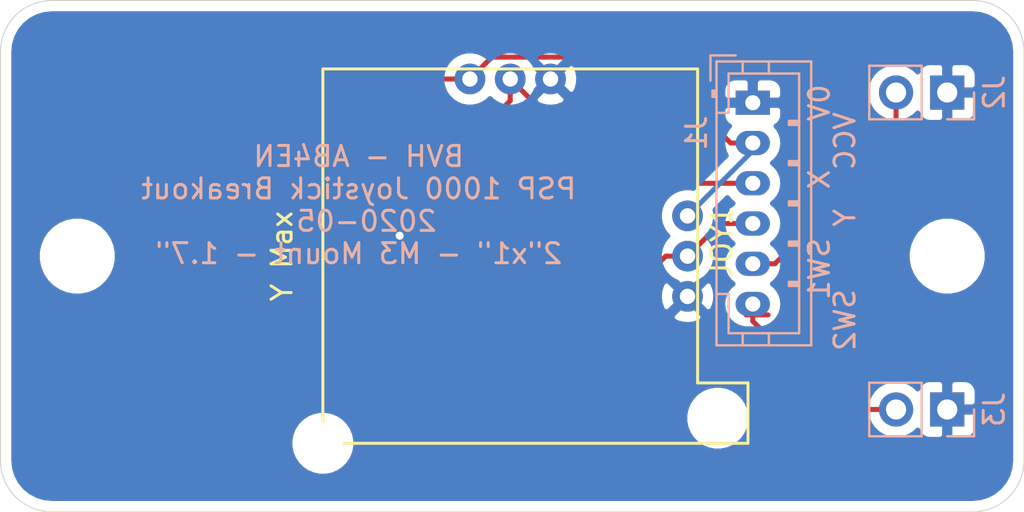
<source format=kicad_pcb>
(kicad_pcb (version 20171130) (host pcbnew 5.1.5-52549c5~86~ubuntu18.04.1)

  (general
    (thickness 1.6)
    (drawings 16)
    (tracks 35)
    (zones 0)
    (modules 6)
    (nets 7)
  )

  (page A4)
  (layers
    (0 F.Cu signal)
    (31 B.Cu signal)
    (32 B.Adhes user)
    (33 F.Adhes user)
    (34 B.Paste user)
    (35 F.Paste user)
    (36 B.SilkS user)
    (37 F.SilkS user)
    (38 B.Mask user)
    (39 F.Mask user)
    (40 Dwgs.User user)
    (41 Cmts.User user)
    (42 Eco1.User user)
    (43 Eco2.User user)
    (44 Edge.Cuts user)
    (45 Margin user)
    (46 B.CrtYd user)
    (47 F.CrtYd user)
    (48 B.Fab user)
    (49 F.Fab user)
  )

  (setup
    (last_trace_width 0.25)
    (trace_clearance 0.2)
    (zone_clearance 0.508)
    (zone_45_only no)
    (trace_min 0.2)
    (via_size 0.8)
    (via_drill 0.4)
    (via_min_size 0.4)
    (via_min_drill 0.3)
    (uvia_size 0.3)
    (uvia_drill 0.1)
    (uvias_allowed no)
    (uvia_min_size 0.2)
    (uvia_min_drill 0.1)
    (edge_width 0.05)
    (segment_width 0.2)
    (pcb_text_width 0.3)
    (pcb_text_size 1.5 1.5)
    (mod_edge_width 0.12)
    (mod_text_size 1 1)
    (mod_text_width 0.15)
    (pad_size 1.524 1.524)
    (pad_drill 0.762)
    (pad_to_mask_clearance 0.051)
    (solder_mask_min_width 0.25)
    (aux_axis_origin 0 0)
    (grid_origin 133.35 107.95)
    (visible_elements FFFFFF7F)
    (pcbplotparams
      (layerselection 0x010fc_ffffffff)
      (usegerberextensions false)
      (usegerberattributes false)
      (usegerberadvancedattributes false)
      (creategerberjobfile false)
      (excludeedgelayer true)
      (linewidth 0.100000)
      (plotframeref false)
      (viasonmask false)
      (mode 1)
      (useauxorigin false)
      (hpglpennumber 1)
      (hpglpenspeed 20)
      (hpglpendiameter 15.000000)
      (psnegative false)
      (psa4output false)
      (plotreference true)
      (plotvalue true)
      (plotinvisibletext false)
      (padsonsilk false)
      (subtractmaskfromsilk false)
      (outputformat 1)
      (mirror false)
      (drillshape 1)
      (scaleselection 1)
      (outputdirectory ""))
  )

  (net 0 "")
  (net 1 GND)
  (net 2 +3V3)
  (net 3 X)
  (net 4 Y)
  (net 5 SW1)
  (net 6 SW2)

  (net_class Default "This is the default net class."
    (clearance 0.2)
    (trace_width 0.25)
    (via_dia 0.8)
    (via_drill 0.4)
    (uvia_dia 0.3)
    (uvia_drill 0.1)
    (add_net +3V3)
    (add_net GND)
    (add_net SW1)
    (add_net SW2)
    (add_net X)
    (add_net Y)
  )

  (module BVH_Components_Misc:PSP_Joystick_Hybrid (layer F.Cu) (tedit 5EBEF1E1) (tstamp 5EBF0417)
    (at 158.75 120.65 90)
    (descr "Small 2 axis joystick")
    (path /5EBEFAD9)
    (fp_text reference JOY1 (at 0.7 10.4 90) (layer F.SilkS)
      (effects (font (size 1 1) (thickness 0.15)))
    )
    (fp_text value PSP_Joystick (at 0.1 -0.2 90) (layer F.Fab)
      (effects (font (size 1 1) (thickness 0.15)))
    )
    (fp_line (start -6.3 11.7) (end -9.3 11.7) (layer F.SilkS) (width 0.15))
    (fp_line (start -6.3 9.2) (end -6.3 11.7) (layer F.SilkS) (width 0.15))
    (fp_text user "Y MIN" (at 0.2 7.2 90) (layer Cmts.User)
      (effects (font (size 1 1) (thickness 0.15)))
    )
    (fp_text user "X MAX" (at 7.2 -0.4 90) (layer Cmts.User)
      (effects (font (size 1 1) (thickness 0.15)))
    )
    (fp_line (start -9.3 11.7) (end -9.3 -9.4) (layer F.SilkS) (width 0.15))
    (fp_line (start 9.3 9.2) (end -6.3 9.2) (layer F.SilkS) (width 0.15))
    (fp_line (start 9.3 -9.4) (end 9.3 9.2) (layer F.SilkS) (width 0.15))
    (fp_line (start -9.3 -9.4) (end 9.3 -9.4) (layer F.SilkS) (width 0.15))
    (pad 3 thru_hole circle (at 8.8 1.9 180) (size 1.524 1.524) (drill 0.762) (layers *.Cu *.Mask)
      (net 1 GND))
    (pad 1 thru_hole circle (at 8.8 -2.1 180) (size 1.524 1.524) (drill 0.762) (layers *.Cu *.Mask)
      (net 2 +3V3))
    (pad 4 thru_hole circle (at 8.8 -0.1 180) (size 1.524 1.524) (drill 0.762) (layers *.Cu *.Mask)
      (net 3 X))
    (pad 1 thru_hole circle (at 2 8.7 90) (size 1.524 1.524) (drill 0.762) (layers *.Cu *.Mask)
      (net 2 +3V3))
    (pad 3 thru_hole circle (at -2 8.7 90) (size 1.524 1.524) (drill 0.762) (layers *.Cu *.Mask)
      (net 1 GND))
    (pad 2 thru_hole circle (at 0 8.7 90) (size 1.524 1.524) (drill 0.762) (layers *.Cu *.Mask)
      (net 4 Y))
    (pad "" np_thru_hole circle (at -8.05 10.2 90) (size 2 2) (drill 2) (layers *.Cu *.Mask))
    (pad "" np_thru_hole circle (at -9.3 -9.4 90) (size 2 2) (drill 2) (layers *.Cu *.Mask))
    (pad 4 smd rect (at 3 -8.4 90) (size 1.5 3.5) (layers F.Cu F.Paste F.Mask)
      (net 3 X))
    (pad 3 smd rect (at 1 -8.4 90) (size 1.5 3.5) (layers F.Cu F.Paste F.Mask)
      (net 1 GND))
    (pad 2 smd rect (at -1 -8.4 90) (size 1.5 3.5) (layers F.Cu F.Paste F.Mask)
      (net 4 Y))
    (pad 1 smd rect (at -3 -8.4 90) (size 1.5 3.5) (layers F.Cu F.Paste F.Mask)
      (net 2 +3V3))
  )

  (module Mounting_Holes:MountingHole_2.7mm_M2.5 (layer F.Cu) (tedit 56D1B4CB) (tstamp 5EBF03B5)
    (at 137.16 120.65)
    (descr "Mounting Hole 2.7mm, no annular, M2.5")
    (tags "mounting hole 2.7mm no annular m2.5")
    (attr virtual)
    (fp_text reference REF** (at 0 -3.7) (layer F.SilkS) hide
      (effects (font (size 1 1) (thickness 0.15)))
    )
    (fp_text value MountingHole_2.7mm_M2.5 (at 0 3.7) (layer F.Fab) hide
      (effects (font (size 1 1) (thickness 0.15)))
    )
    (fp_circle (center 0 0) (end 2.95 0) (layer F.CrtYd) (width 0.05))
    (fp_circle (center 0 0) (end 2.7 0) (layer Cmts.User) (width 0.15))
    (pad 1 np_thru_hole circle (at 0 0) (size 2.7 2.7) (drill 2.7) (layers *.Cu *.Mask))
  )

  (module Mounting_Holes:MountingHole_2.7mm_M2.5 (layer F.Cu) (tedit 56D1B4CB) (tstamp 5EBF035C)
    (at 180.34 120.65)
    (descr "Mounting Hole 2.7mm, no annular, M2.5")
    (tags "mounting hole 2.7mm no annular m2.5")
    (attr virtual)
    (fp_text reference REF** (at 0 -3.7) (layer F.SilkS) hide
      (effects (font (size 1 1) (thickness 0.15)))
    )
    (fp_text value MountingHole_2.7mm_M2.5 (at 0 3.7) (layer F.Fab) hide
      (effects (font (size 1 1) (thickness 0.15)))
    )
    (fp_circle (center 0 0) (end 2.7 0) (layer Cmts.User) (width 0.15))
    (fp_circle (center 0 0) (end 2.95 0) (layer F.CrtYd) (width 0.05))
    (pad 1 np_thru_hole circle (at 0 0) (size 2.7 2.7) (drill 2.7) (layers *.Cu *.Mask))
  )

  (module Pin_Headers:Pin_Header_Straight_1x02_Pitch2.54mm (layer B.Cu) (tedit 59650532) (tstamp 5EB6E5F4)
    (at 180.34 128.27 90)
    (descr "Through hole straight pin header, 1x02, 2.54mm pitch, single row")
    (tags "Through hole pin header THT 1x02 2.54mm single row")
    (path /5EB7231E)
    (fp_text reference J3 (at 0 2.33 90) (layer B.SilkS)
      (effects (font (size 1 1) (thickness 0.15)) (justify mirror))
    )
    (fp_text value SW2 (at 0 -4.87 90) (layer B.Fab)
      (effects (font (size 1 1) (thickness 0.15)) (justify mirror))
    )
    (fp_line (start -0.635 1.27) (end 1.27 1.27) (layer B.Fab) (width 0.1))
    (fp_line (start 1.27 1.27) (end 1.27 -3.81) (layer B.Fab) (width 0.1))
    (fp_line (start 1.27 -3.81) (end -1.27 -3.81) (layer B.Fab) (width 0.1))
    (fp_line (start -1.27 -3.81) (end -1.27 0.635) (layer B.Fab) (width 0.1))
    (fp_line (start -1.27 0.635) (end -0.635 1.27) (layer B.Fab) (width 0.1))
    (fp_line (start -1.33 -3.87) (end 1.33 -3.87) (layer B.SilkS) (width 0.12))
    (fp_line (start -1.33 -1.27) (end -1.33 -3.87) (layer B.SilkS) (width 0.12))
    (fp_line (start 1.33 -1.27) (end 1.33 -3.87) (layer B.SilkS) (width 0.12))
    (fp_line (start -1.33 -1.27) (end 1.33 -1.27) (layer B.SilkS) (width 0.12))
    (fp_line (start -1.33 0) (end -1.33 1.33) (layer B.SilkS) (width 0.12))
    (fp_line (start -1.33 1.33) (end 0 1.33) (layer B.SilkS) (width 0.12))
    (fp_line (start -1.8 1.8) (end -1.8 -4.35) (layer B.CrtYd) (width 0.05))
    (fp_line (start -1.8 -4.35) (end 1.8 -4.35) (layer B.CrtYd) (width 0.05))
    (fp_line (start 1.8 -4.35) (end 1.8 1.8) (layer B.CrtYd) (width 0.05))
    (fp_line (start 1.8 1.8) (end -1.8 1.8) (layer B.CrtYd) (width 0.05))
    (fp_text user %R (at 0 -1.27 180) (layer B.Fab)
      (effects (font (size 1 1) (thickness 0.15)) (justify mirror))
    )
    (pad 1 thru_hole rect (at 0 0 90) (size 1.7 1.7) (drill 1) (layers *.Cu *.Mask)
      (net 1 GND))
    (pad 2 thru_hole oval (at 0 -2.54 90) (size 1.7 1.7) (drill 1) (layers *.Cu *.Mask)
      (net 6 SW2))
    (model ${KISYS3DMOD}/Pin_Headers.3dshapes/Pin_Header_Straight_1x02_Pitch2.54mm.wrl
      (at (xyz 0 0 0))
      (scale (xyz 1 1 1))
      (rotate (xyz 0 0 0))
    )
  )

  (module Pin_Headers:Pin_Header_Straight_1x02_Pitch2.54mm (layer B.Cu) (tedit 59650532) (tstamp 5EBF0487)
    (at 180.34 112.522 90)
    (descr "Through hole straight pin header, 1x02, 2.54mm pitch, single row")
    (tags "Through hole pin header THT 1x02 2.54mm single row")
    (path /5EB71D5B)
    (fp_text reference J2 (at 0 2.33 90) (layer B.SilkS)
      (effects (font (size 1 1) (thickness 0.15)) (justify mirror))
    )
    (fp_text value SW1 (at 0 -4.87 90) (layer B.Fab)
      (effects (font (size 1 1) (thickness 0.15)) (justify mirror))
    )
    (fp_line (start -0.635 1.27) (end 1.27 1.27) (layer B.Fab) (width 0.1))
    (fp_line (start 1.27 1.27) (end 1.27 -3.81) (layer B.Fab) (width 0.1))
    (fp_line (start 1.27 -3.81) (end -1.27 -3.81) (layer B.Fab) (width 0.1))
    (fp_line (start -1.27 -3.81) (end -1.27 0.635) (layer B.Fab) (width 0.1))
    (fp_line (start -1.27 0.635) (end -0.635 1.27) (layer B.Fab) (width 0.1))
    (fp_line (start -1.33 -3.87) (end 1.33 -3.87) (layer B.SilkS) (width 0.12))
    (fp_line (start -1.33 -1.27) (end -1.33 -3.87) (layer B.SilkS) (width 0.12))
    (fp_line (start 1.33 -1.27) (end 1.33 -3.87) (layer B.SilkS) (width 0.12))
    (fp_line (start -1.33 -1.27) (end 1.33 -1.27) (layer B.SilkS) (width 0.12))
    (fp_line (start -1.33 0) (end -1.33 1.33) (layer B.SilkS) (width 0.12))
    (fp_line (start -1.33 1.33) (end 0 1.33) (layer B.SilkS) (width 0.12))
    (fp_line (start -1.8 1.8) (end -1.8 -4.35) (layer B.CrtYd) (width 0.05))
    (fp_line (start -1.8 -4.35) (end 1.8 -4.35) (layer B.CrtYd) (width 0.05))
    (fp_line (start 1.8 -4.35) (end 1.8 1.8) (layer B.CrtYd) (width 0.05))
    (fp_line (start 1.8 1.8) (end -1.8 1.8) (layer B.CrtYd) (width 0.05))
    (fp_text user %R (at 0 -1.27 180) (layer B.Fab)
      (effects (font (size 1 1) (thickness 0.15)) (justify mirror))
    )
    (pad 1 thru_hole rect (at 0 0 90) (size 1.7 1.7) (drill 1) (layers *.Cu *.Mask)
      (net 1 GND))
    (pad 2 thru_hole oval (at 0 -2.54 90) (size 1.7 1.7) (drill 1) (layers *.Cu *.Mask)
      (net 5 SW1))
    (model ${KISYS3DMOD}/Pin_Headers.3dshapes/Pin_Header_Straight_1x02_Pitch2.54mm.wrl
      (at (xyz 0 0 0))
      (scale (xyz 1 1 1))
      (rotate (xyz 0 0 0))
    )
  )

  (module Connectors_JST:JST_PH_B6B-PH-K_06x2.00mm_Straight (layer B.Cu) (tedit 58D3FE4F) (tstamp 5EBF007B)
    (at 170.688 113.03 270)
    (descr "JST PH series connector, B6B-PH-K, top entry type, through hole, Datasheet: http://www.jst-mfg.com/product/pdf/eng/ePH.pdf")
    (tags "connector jst ph")
    (path /5EB6EA95)
    (fp_text reference J1 (at 1.5 2.8 270) (layer B.SilkS)
      (effects (font (size 1 1) (thickness 0.15)) (justify mirror))
    )
    (fp_text value Conn_01x06 (at 5 -3.8 270) (layer B.Fab)
      (effects (font (size 1 1) (thickness 0.15)) (justify mirror))
    )
    (fp_line (start -2.05 1.8) (end -2.05 -2.9) (layer B.SilkS) (width 0.12))
    (fp_line (start -2.05 -2.9) (end 12.05 -2.9) (layer B.SilkS) (width 0.12))
    (fp_line (start 12.05 -2.9) (end 12.05 1.8) (layer B.SilkS) (width 0.12))
    (fp_line (start 12.05 1.8) (end -2.05 1.8) (layer B.SilkS) (width 0.12))
    (fp_line (start 0.5 1.8) (end 0.5 1.2) (layer B.SilkS) (width 0.12))
    (fp_line (start 0.5 1.2) (end -1.45 1.2) (layer B.SilkS) (width 0.12))
    (fp_line (start -1.45 1.2) (end -1.45 -2.3) (layer B.SilkS) (width 0.12))
    (fp_line (start -1.45 -2.3) (end 11.45 -2.3) (layer B.SilkS) (width 0.12))
    (fp_line (start 11.45 -2.3) (end 11.45 1.2) (layer B.SilkS) (width 0.12))
    (fp_line (start 11.45 1.2) (end 9.5 1.2) (layer B.SilkS) (width 0.12))
    (fp_line (start 9.5 1.2) (end 9.5 1.8) (layer B.SilkS) (width 0.12))
    (fp_line (start -2.05 0.5) (end -1.45 0.5) (layer B.SilkS) (width 0.12))
    (fp_line (start -2.05 -0.8) (end -1.45 -0.8) (layer B.SilkS) (width 0.12))
    (fp_line (start 12.05 0.5) (end 11.45 0.5) (layer B.SilkS) (width 0.12))
    (fp_line (start 12.05 -0.8) (end 11.45 -0.8) (layer B.SilkS) (width 0.12))
    (fp_line (start -0.3 1.8) (end -0.3 2) (layer B.SilkS) (width 0.12))
    (fp_line (start -0.3 2) (end -0.6 2) (layer B.SilkS) (width 0.12))
    (fp_line (start -0.6 2) (end -0.6 1.8) (layer B.SilkS) (width 0.12))
    (fp_line (start -0.3 1.9) (end -0.6 1.9) (layer B.SilkS) (width 0.12))
    (fp_line (start 0.9 -2.3) (end 0.9 -1.8) (layer B.SilkS) (width 0.12))
    (fp_line (start 0.9 -1.8) (end 1.1 -1.8) (layer B.SilkS) (width 0.12))
    (fp_line (start 1.1 -1.8) (end 1.1 -2.3) (layer B.SilkS) (width 0.12))
    (fp_line (start 1 -2.3) (end 1 -1.8) (layer B.SilkS) (width 0.12))
    (fp_line (start 2.9 -2.3) (end 2.9 -1.8) (layer B.SilkS) (width 0.12))
    (fp_line (start 2.9 -1.8) (end 3.1 -1.8) (layer B.SilkS) (width 0.12))
    (fp_line (start 3.1 -1.8) (end 3.1 -2.3) (layer B.SilkS) (width 0.12))
    (fp_line (start 3 -2.3) (end 3 -1.8) (layer B.SilkS) (width 0.12))
    (fp_line (start 4.9 -2.3) (end 4.9 -1.8) (layer B.SilkS) (width 0.12))
    (fp_line (start 4.9 -1.8) (end 5.1 -1.8) (layer B.SilkS) (width 0.12))
    (fp_line (start 5.1 -1.8) (end 5.1 -2.3) (layer B.SilkS) (width 0.12))
    (fp_line (start 5 -2.3) (end 5 -1.8) (layer B.SilkS) (width 0.12))
    (fp_line (start 6.9 -2.3) (end 6.9 -1.8) (layer B.SilkS) (width 0.12))
    (fp_line (start 6.9 -1.8) (end 7.1 -1.8) (layer B.SilkS) (width 0.12))
    (fp_line (start 7.1 -1.8) (end 7.1 -2.3) (layer B.SilkS) (width 0.12))
    (fp_line (start 7 -2.3) (end 7 -1.8) (layer B.SilkS) (width 0.12))
    (fp_line (start 8.9 -2.3) (end 8.9 -1.8) (layer B.SilkS) (width 0.12))
    (fp_line (start 8.9 -1.8) (end 9.1 -1.8) (layer B.SilkS) (width 0.12))
    (fp_line (start 9.1 -1.8) (end 9.1 -2.3) (layer B.SilkS) (width 0.12))
    (fp_line (start 9 -2.3) (end 9 -1.8) (layer B.SilkS) (width 0.12))
    (fp_line (start -1.1 2.1) (end -2.35 2.1) (layer B.SilkS) (width 0.12))
    (fp_line (start -2.35 2.1) (end -2.35 0.85) (layer B.SilkS) (width 0.12))
    (fp_line (start -1.1 2.1) (end -2.35 2.1) (layer B.Fab) (width 0.1))
    (fp_line (start -2.35 2.1) (end -2.35 0.85) (layer B.Fab) (width 0.1))
    (fp_line (start -1.95 1.7) (end -1.95 -2.8) (layer B.Fab) (width 0.1))
    (fp_line (start -1.95 -2.8) (end 11.95 -2.8) (layer B.Fab) (width 0.1))
    (fp_line (start 11.95 -2.8) (end 11.95 1.7) (layer B.Fab) (width 0.1))
    (fp_line (start 11.95 1.7) (end -1.95 1.7) (layer B.Fab) (width 0.1))
    (fp_line (start -2.45 2.2) (end -2.45 -3.3) (layer B.CrtYd) (width 0.05))
    (fp_line (start -2.45 -3.3) (end 12.45 -3.3) (layer B.CrtYd) (width 0.05))
    (fp_line (start 12.45 -3.3) (end 12.45 2.2) (layer B.CrtYd) (width 0.05))
    (fp_line (start 12.45 2.2) (end -2.45 2.2) (layer B.CrtYd) (width 0.05))
    (fp_text user %R (at 5 -1.5 270) (layer B.Fab)
      (effects (font (size 1 1) (thickness 0.15)) (justify mirror))
    )
    (pad 1 thru_hole rect (at 0 0 270) (size 1.2 1.7) (drill 0.75) (layers *.Cu *.Mask)
      (net 1 GND))
    (pad 2 thru_hole oval (at 2 0 270) (size 1.2 1.7) (drill 0.75) (layers *.Cu *.Mask)
      (net 2 +3V3))
    (pad 3 thru_hole oval (at 4 0 270) (size 1.2 1.7) (drill 0.75) (layers *.Cu *.Mask)
      (net 3 X))
    (pad 4 thru_hole oval (at 6 0 270) (size 1.2 1.7) (drill 0.75) (layers *.Cu *.Mask)
      (net 4 Y))
    (pad 5 thru_hole oval (at 8 0 270) (size 1.2 1.7) (drill 0.75) (layers *.Cu *.Mask)
      (net 5 SW1))
    (pad 6 thru_hole oval (at 10 0 270) (size 1.2 1.7) (drill 0.75) (layers *.Cu *.Mask)
      (net 6 SW2))
    (model ${KISYS3DMOD}/Connectors_JST.3dshapes/JST_PH_B6B-PH-K_06x2.00mm_Straight.wrl
      (at (xyz 0 0 0))
      (scale (xyz 1 1 1))
      (rotate (xyz 0 0 0))
    )
  )

  (gr_text "Y Max" (at 147.32 120.65 90) (layer F.SilkS)
    (effects (font (size 1 1) (thickness 0.15)))
  )
  (gr_text SW2 (at 175.26 123.825 90) (layer B.SilkS)
    (effects (font (size 1 1) (thickness 0.15)) (justify mirror))
  )
  (gr_text SW1 (at 173.99 121.285 90) (layer B.SilkS)
    (effects (font (size 1 1) (thickness 0.15)) (justify mirror))
  )
  (gr_text Y (at 175.26 118.745 90) (layer B.SilkS)
    (effects (font (size 1 1) (thickness 0.15)) (justify mirror))
  )
  (gr_text X (at 173.99 116.84 90) (layer B.SilkS)
    (effects (font (size 1 1) (thickness 0.15)) (justify mirror))
  )
  (gr_text VCC (at 175.26 114.935 90) (layer B.SilkS)
    (effects (font (size 1 1) (thickness 0.15)) (justify mirror))
  )
  (gr_text 0V (at 173.99 113.03 90) (layer B.SilkS)
    (effects (font (size 1 1) (thickness 0.15)) (justify mirror))
  )
  (gr_text "BVH - AB4EN\nPSP 1000 Joystick Breakout\n2020-05 \n2\"x1\" - M3 Mount - 1.7\"" (at 151.13 118.11) (layer B.SilkS)
    (effects (font (size 1 1) (thickness 0.15)) (justify mirror))
  )
  (gr_arc (start 135.89 130.81) (end 133.35 130.81) (angle -90) (layer Edge.Cuts) (width 0.05))
  (gr_arc (start 181.61 130.81) (end 181.61 133.35) (angle -90) (layer Edge.Cuts) (width 0.05))
  (gr_arc (start 181.61 110.49) (end 184.15 110.49) (angle -90) (layer Edge.Cuts) (width 0.05))
  (gr_arc (start 135.89 110.49) (end 135.89 107.95) (angle -90) (layer Edge.Cuts) (width 0.05))
  (gr_line (start 133.35 130.81) (end 133.35 110.49) (layer Edge.Cuts) (width 0.05))
  (gr_line (start 181.61 133.35) (end 135.89 133.35) (layer Edge.Cuts) (width 0.05))
  (gr_line (start 184.15 110.49) (end 184.15 130.81) (layer Edge.Cuts) (width 0.05))
  (gr_line (start 135.89 107.95) (end 181.61 107.95) (layer Edge.Cuts) (width 0.05))

  (via (at 153.162 119.634) (size 0.8) (drill 0.4) (layers F.Cu B.Cu) (net 1))
  (segment (start 150.35 119.65) (end 153.146 119.65) (width 0.25) (layer F.Cu) (net 1))
  (segment (start 153.146 119.65) (end 153.162 119.634) (width 0.25) (layer F.Cu) (net 1))
  (segment (start 170.688 115.412) (end 170.688 115.03) (width 0.25) (layer B.Cu) (net 2))
  (segment (start 167.45 118.65) (end 170.688 115.412) (width 0.25) (layer B.Cu) (net 2))
  (segment (start 157.737001 110.762999) (end 157.411999 111.088001) (width 0.25) (layer F.Cu) (net 2))
  (segment (start 165.320999 110.762999) (end 157.737001 110.762999) (width 0.25) (layer F.Cu) (net 2))
  (segment (start 157.411999 111.088001) (end 156.65 111.85) (width 0.25) (layer F.Cu) (net 2))
  (segment (start 169.588 115.03) (end 165.320999 110.762999) (width 0.25) (layer F.Cu) (net 2))
  (segment (start 170.688 115.03) (end 169.588 115.03) (width 0.25) (layer F.Cu) (net 2))
  (segment (start 148.274999 116.639999) (end 148.274999 123.574999) (width 0.25) (layer F.Cu) (net 2))
  (segment (start 148.35 123.65) (end 150.35 123.65) (width 0.25) (layer F.Cu) (net 2))
  (segment (start 153.064998 111.85) (end 148.274999 116.639999) (width 0.25) (layer F.Cu) (net 2))
  (segment (start 148.274999 123.574999) (end 148.35 123.65) (width 0.25) (layer F.Cu) (net 2))
  (segment (start 156.65 111.85) (end 153.064998 111.85) (width 0.25) (layer F.Cu) (net 2))
  (segment (start 163.83 117.03) (end 158.65 111.85) (width 0.25) (layer F.Cu) (net 3))
  (segment (start 170.688 117.03) (end 163.83 117.03) (width 0.25) (layer F.Cu) (net 3))
  (segment (start 153.92763 117.65) (end 152.35 117.65) (width 0.25) (layer F.Cu) (net 3))
  (segment (start 152.35 117.65) (end 150.35 117.65) (width 0.25) (layer F.Cu) (net 3))
  (segment (start 158.65 112.92763) (end 153.92763 117.65) (width 0.25) (layer F.Cu) (net 3))
  (segment (start 158.65 111.85) (end 158.65 112.92763) (width 0.25) (layer F.Cu) (net 3))
  (segment (start 169.07 119.03) (end 167.45 120.65) (width 0.25) (layer F.Cu) (net 4))
  (segment (start 170.688 119.03) (end 169.07 119.03) (width 0.25) (layer F.Cu) (net 4))
  (segment (start 165.37237 121.65) (end 152.35 121.65) (width 0.25) (layer F.Cu) (net 4))
  (segment (start 166.37237 120.65) (end 165.37237 121.65) (width 0.25) (layer F.Cu) (net 4))
  (segment (start 152.35 121.65) (end 150.35 121.65) (width 0.25) (layer F.Cu) (net 4))
  (segment (start 167.45 120.65) (end 166.37237 120.65) (width 0.25) (layer F.Cu) (net 4))
  (segment (start 177.8 113.724081) (end 177.8 112.522) (width 0.25) (layer F.Cu) (net 5))
  (segment (start 171.788 121.03) (end 177.8 115.018) (width 0.25) (layer F.Cu) (net 5))
  (segment (start 177.8 115.018) (end 177.8 113.724081) (width 0.25) (layer F.Cu) (net 5))
  (segment (start 170.688 121.03) (end 171.788 121.03) (width 0.25) (layer F.Cu) (net 5))
  (segment (start 170.35 123.57) (end 171.45 123.57) (width 0.25) (layer F.Cu) (net 6) (status 20))
  (segment (start 170.688 123.88) (end 170.688 123.03) (width 0.25) (layer F.Cu) (net 6))
  (segment (start 175.078 128.27) (end 170.688 123.88) (width 0.25) (layer F.Cu) (net 6))
  (segment (start 177.8 128.27) (end 175.078 128.27) (width 0.25) (layer F.Cu) (net 6))

  (zone (net 1) (net_name GND) (layer B.Cu) (tstamp 5EB6EA59) (hatch edge 0.508)
    (connect_pads (clearance 0.508))
    (min_thickness 0.254)
    (fill yes (arc_segments 32) (thermal_gap 0.508) (thermal_bridge_width 0.508))
    (polygon
      (pts
        (xy 184.15 133.35) (xy 133.35 133.35) (xy 133.35 120.3325) (xy 133.35 107.95) (xy 184.15 107.95)
      )
    )
    (filled_polygon
      (pts
        (xy 181.974545 108.648909) (xy 182.325208 108.75478) (xy 182.648625 108.926744) (xy 182.932484 109.158254) (xy 183.165965 109.440486)
        (xy 183.340183 109.762695) (xy 183.448502 110.112614) (xy 183.49 110.507443) (xy 183.490001 130.777711) (xy 183.451091 131.174545)
        (xy 183.34522 131.525206) (xy 183.173257 131.848623) (xy 182.941748 132.132482) (xy 182.659514 132.365965) (xy 182.337304 132.540184)
        (xy 181.987385 132.648502) (xy 181.592557 132.69) (xy 135.922279 132.69) (xy 135.525455 132.651091) (xy 135.174794 132.54522)
        (xy 134.851377 132.373257) (xy 134.567518 132.141748) (xy 134.334035 131.859514) (xy 134.159816 131.537304) (xy 134.051498 131.187385)
        (xy 134.01 130.792557) (xy 134.01 129.788967) (xy 147.715 129.788967) (xy 147.715 130.111033) (xy 147.777832 130.426912)
        (xy 147.901082 130.724463) (xy 148.080013 130.992252) (xy 148.307748 131.219987) (xy 148.575537 131.398918) (xy 148.873088 131.522168)
        (xy 149.188967 131.585) (xy 149.511033 131.585) (xy 149.826912 131.522168) (xy 150.124463 131.398918) (xy 150.392252 131.219987)
        (xy 150.619987 130.992252) (xy 150.798918 130.724463) (xy 150.922168 130.426912) (xy 150.985 130.111033) (xy 150.985 129.788967)
        (xy 150.922168 129.473088) (xy 150.798918 129.175537) (xy 150.619987 128.907748) (xy 150.392252 128.680013) (xy 150.181162 128.538967)
        (xy 167.315 128.538967) (xy 167.315 128.861033) (xy 167.377832 129.176912) (xy 167.501082 129.474463) (xy 167.680013 129.742252)
        (xy 167.907748 129.969987) (xy 168.175537 130.148918) (xy 168.473088 130.272168) (xy 168.788967 130.335) (xy 169.111033 130.335)
        (xy 169.426912 130.272168) (xy 169.724463 130.148918) (xy 169.992252 129.969987) (xy 170.219987 129.742252) (xy 170.398918 129.474463)
        (xy 170.522168 129.176912) (xy 170.585 128.861033) (xy 170.585 128.538967) (xy 170.522168 128.223088) (xy 170.481017 128.12374)
        (xy 176.315 128.12374) (xy 176.315 128.41626) (xy 176.372068 128.703158) (xy 176.48401 128.973411) (xy 176.646525 129.216632)
        (xy 176.853368 129.423475) (xy 177.096589 129.58599) (xy 177.366842 129.697932) (xy 177.65374 129.755) (xy 177.94626 129.755)
        (xy 178.233158 129.697932) (xy 178.503411 129.58599) (xy 178.746632 129.423475) (xy 178.878487 129.29162) (xy 178.900498 129.36418)
        (xy 178.959463 129.474494) (xy 179.038815 129.571185) (xy 179.135506 129.650537) (xy 179.24582 129.709502) (xy 179.365518 129.745812)
        (xy 179.49 129.758072) (xy 180.05425 129.755) (xy 180.213 129.59625) (xy 180.213 128.397) (xy 180.467 128.397)
        (xy 180.467 129.59625) (xy 180.62575 129.755) (xy 181.19 129.758072) (xy 181.314482 129.745812) (xy 181.43418 129.709502)
        (xy 181.544494 129.650537) (xy 181.641185 129.571185) (xy 181.720537 129.474494) (xy 181.779502 129.36418) (xy 181.815812 129.244482)
        (xy 181.828072 129.12) (xy 181.825 128.55575) (xy 181.66625 128.397) (xy 180.467 128.397) (xy 180.213 128.397)
        (xy 180.193 128.397) (xy 180.193 128.143) (xy 180.213 128.143) (xy 180.213 126.94375) (xy 180.467 126.94375)
        (xy 180.467 128.143) (xy 181.66625 128.143) (xy 181.825 127.98425) (xy 181.828072 127.42) (xy 181.815812 127.295518)
        (xy 181.779502 127.17582) (xy 181.720537 127.065506) (xy 181.641185 126.968815) (xy 181.544494 126.889463) (xy 181.43418 126.830498)
        (xy 181.314482 126.794188) (xy 181.19 126.781928) (xy 180.62575 126.785) (xy 180.467 126.94375) (xy 180.213 126.94375)
        (xy 180.05425 126.785) (xy 179.49 126.781928) (xy 179.365518 126.794188) (xy 179.24582 126.830498) (xy 179.135506 126.889463)
        (xy 179.038815 126.968815) (xy 178.959463 127.065506) (xy 178.900498 127.17582) (xy 178.878487 127.24838) (xy 178.746632 127.116525)
        (xy 178.503411 126.95401) (xy 178.233158 126.842068) (xy 177.94626 126.785) (xy 177.65374 126.785) (xy 177.366842 126.842068)
        (xy 177.096589 126.95401) (xy 176.853368 127.116525) (xy 176.646525 127.323368) (xy 176.48401 127.566589) (xy 176.372068 127.836842)
        (xy 176.315 128.12374) (xy 170.481017 128.12374) (xy 170.398918 127.925537) (xy 170.219987 127.657748) (xy 169.992252 127.430013)
        (xy 169.724463 127.251082) (xy 169.426912 127.127832) (xy 169.111033 127.065) (xy 168.788967 127.065) (xy 168.473088 127.127832)
        (xy 168.175537 127.251082) (xy 167.907748 127.430013) (xy 167.680013 127.657748) (xy 167.501082 127.925537) (xy 167.377832 128.223088)
        (xy 167.315 128.538967) (xy 150.181162 128.538967) (xy 150.124463 128.501082) (xy 149.826912 128.377832) (xy 149.511033 128.315)
        (xy 149.188967 128.315) (xy 148.873088 128.377832) (xy 148.575537 128.501082) (xy 148.307748 128.680013) (xy 148.080013 128.907748)
        (xy 147.901082 129.175537) (xy 147.777832 129.473088) (xy 147.715 129.788967) (xy 134.01 129.788967) (xy 134.01 123.615565)
        (xy 166.66404 123.615565) (xy 166.73102 123.855656) (xy 166.980048 123.972756) (xy 167.247135 124.039023) (xy 167.522017 124.05191)
        (xy 167.794133 124.010922) (xy 168.053023 123.917636) (xy 168.16898 123.855656) (xy 168.23596 123.615565) (xy 167.45 122.829605)
        (xy 166.66404 123.615565) (xy 134.01 123.615565) (xy 134.01 122.722017) (xy 166.04809 122.722017) (xy 166.089078 122.994133)
        (xy 166.182364 123.253023) (xy 166.244344 123.36898) (xy 166.484435 123.43596) (xy 167.270395 122.65) (xy 167.629605 122.65)
        (xy 168.415565 123.43596) (xy 168.655656 123.36898) (xy 168.772756 123.119952) (xy 168.839023 122.852865) (xy 168.85191 122.577983)
        (xy 168.810922 122.305867) (xy 168.717636 122.046977) (xy 168.655656 121.93102) (xy 168.415565 121.86404) (xy 167.629605 122.65)
        (xy 167.270395 122.65) (xy 166.484435 121.86404) (xy 166.244344 121.93102) (xy 166.127244 122.180048) (xy 166.060977 122.447135)
        (xy 166.04809 122.722017) (xy 134.01 122.722017) (xy 134.01 120.454495) (xy 135.175 120.454495) (xy 135.175 120.845505)
        (xy 135.251282 121.229003) (xy 135.400915 121.59025) (xy 135.618149 121.915364) (xy 135.894636 122.191851) (xy 136.21975 122.409085)
        (xy 136.580997 122.558718) (xy 136.964495 122.635) (xy 137.355505 122.635) (xy 137.739003 122.558718) (xy 138.10025 122.409085)
        (xy 138.425364 122.191851) (xy 138.701851 121.915364) (xy 138.919085 121.59025) (xy 139.068718 121.229003) (xy 139.145 120.845505)
        (xy 139.145 120.454495) (xy 139.068718 120.070997) (xy 138.919085 119.70975) (xy 138.701851 119.384636) (xy 138.425364 119.108149)
        (xy 138.10025 118.890915) (xy 137.739003 118.741282) (xy 137.355505 118.665) (xy 136.964495 118.665) (xy 136.580997 118.741282)
        (xy 136.21975 118.890915) (xy 135.894636 119.108149) (xy 135.618149 119.384636) (xy 135.400915 119.70975) (xy 135.251282 120.070997)
        (xy 135.175 120.454495) (xy 134.01 120.454495) (xy 134.01 118.512408) (xy 166.053 118.512408) (xy 166.053 118.787592)
        (xy 166.106686 119.05749) (xy 166.211995 119.311727) (xy 166.36488 119.540535) (xy 166.474345 119.65) (xy 166.36488 119.759465)
        (xy 166.211995 119.988273) (xy 166.106686 120.24251) (xy 166.053 120.512408) (xy 166.053 120.787592) (xy 166.106686 121.05749)
        (xy 166.211995 121.311727) (xy 166.36488 121.540535) (xy 166.559465 121.73512) (xy 166.788273 121.888005) (xy 166.92371 121.944105)
        (xy 167.45 122.470395) (xy 167.97629 121.944105) (xy 168.111727 121.888005) (xy 168.340535 121.73512) (xy 168.53512 121.540535)
        (xy 168.688005 121.311727) (xy 168.793314 121.05749) (xy 168.847 120.787592) (xy 168.847 120.512408) (xy 168.793314 120.24251)
        (xy 168.688005 119.988273) (xy 168.53512 119.759465) (xy 168.425655 119.65) (xy 168.53512 119.540535) (xy 168.688005 119.311727)
        (xy 168.793314 119.05749) (xy 168.847 118.787592) (xy 168.847 118.512408) (xy 168.816372 118.358429) (xy 169.428338 117.746464)
        (xy 169.560498 117.907502) (xy 169.709762 118.03) (xy 169.560498 118.152498) (xy 169.406167 118.340551) (xy 169.291489 118.555099)
        (xy 169.22087 118.787898) (xy 169.197025 119.03) (xy 169.22087 119.272102) (xy 169.291489 119.504901) (xy 169.406167 119.719449)
        (xy 169.560498 119.907502) (xy 169.709762 120.03) (xy 169.560498 120.152498) (xy 169.406167 120.340551) (xy 169.291489 120.555099)
        (xy 169.22087 120.787898) (xy 169.197025 121.03) (xy 169.22087 121.272102) (xy 169.291489 121.504901) (xy 169.406167 121.719449)
        (xy 169.560498 121.907502) (xy 169.709762 122.03) (xy 169.560498 122.152498) (xy 169.406167 122.340551) (xy 169.291489 122.555099)
        (xy 169.22087 122.787898) (xy 169.197025 123.03) (xy 169.22087 123.272102) (xy 169.291489 123.504901) (xy 169.406167 123.719449)
        (xy 169.560498 123.907502) (xy 169.748551 124.061833) (xy 169.963099 124.176511) (xy 170.195898 124.24713) (xy 170.377335 124.265)
        (xy 170.998665 124.265) (xy 171.180102 124.24713) (xy 171.412901 124.176511) (xy 171.627449 124.061833) (xy 171.815502 123.907502)
        (xy 171.969833 123.719449) (xy 172.084511 123.504901) (xy 172.15513 123.272102) (xy 172.178975 123.03) (xy 172.15513 122.787898)
        (xy 172.084511 122.555099) (xy 171.969833 122.340551) (xy 171.815502 122.152498) (xy 171.666238 122.03) (xy 171.815502 121.907502)
        (xy 171.969833 121.719449) (xy 172.084511 121.504901) (xy 172.15513 121.272102) (xy 172.178975 121.03) (xy 172.15513 120.787898)
        (xy 172.084511 120.555099) (xy 172.030738 120.454495) (xy 178.355 120.454495) (xy 178.355 120.845505) (xy 178.431282 121.229003)
        (xy 178.580915 121.59025) (xy 178.798149 121.915364) (xy 179.074636 122.191851) (xy 179.39975 122.409085) (xy 179.760997 122.558718)
        (xy 180.144495 122.635) (xy 180.535505 122.635) (xy 180.919003 122.558718) (xy 181.28025 122.409085) (xy 181.605364 122.191851)
        (xy 181.881851 121.915364) (xy 182.099085 121.59025) (xy 182.248718 121.229003) (xy 182.325 120.845505) (xy 182.325 120.454495)
        (xy 182.248718 120.070997) (xy 182.099085 119.70975) (xy 181.881851 119.384636) (xy 181.605364 119.108149) (xy 181.28025 118.890915)
        (xy 180.919003 118.741282) (xy 180.535505 118.665) (xy 180.144495 118.665) (xy 179.760997 118.741282) (xy 179.39975 118.890915)
        (xy 179.074636 119.108149) (xy 178.798149 119.384636) (xy 178.580915 119.70975) (xy 178.431282 120.070997) (xy 178.355 120.454495)
        (xy 172.030738 120.454495) (xy 171.969833 120.340551) (xy 171.815502 120.152498) (xy 171.666238 120.03) (xy 171.815502 119.907502)
        (xy 171.969833 119.719449) (xy 172.084511 119.504901) (xy 172.15513 119.272102) (xy 172.178975 119.03) (xy 172.15513 118.787898)
        (xy 172.084511 118.555099) (xy 171.969833 118.340551) (xy 171.815502 118.152498) (xy 171.666238 118.03) (xy 171.815502 117.907502)
        (xy 171.969833 117.719449) (xy 172.084511 117.504901) (xy 172.15513 117.272102) (xy 172.178975 117.03) (xy 172.15513 116.787898)
        (xy 172.084511 116.555099) (xy 171.969833 116.340551) (xy 171.815502 116.152498) (xy 171.666238 116.03) (xy 171.815502 115.907502)
        (xy 171.969833 115.719449) (xy 172.084511 115.504901) (xy 172.15513 115.272102) (xy 172.178975 115.03) (xy 172.15513 114.787898)
        (xy 172.084511 114.555099) (xy 171.969833 114.340551) (xy 171.843564 114.186691) (xy 171.892494 114.160537) (xy 171.989185 114.081185)
        (xy 172.068537 113.984494) (xy 172.127502 113.87418) (xy 172.163812 113.754482) (xy 172.176072 113.63) (xy 172.173 113.31575)
        (xy 172.01425 113.157) (xy 170.815 113.157) (xy 170.815 113.177) (xy 170.561 113.177) (xy 170.561 113.157)
        (xy 169.36175 113.157) (xy 169.203 113.31575) (xy 169.199928 113.63) (xy 169.212188 113.754482) (xy 169.248498 113.87418)
        (xy 169.307463 113.984494) (xy 169.386815 114.081185) (xy 169.483506 114.160537) (xy 169.532436 114.186691) (xy 169.406167 114.340551)
        (xy 169.291489 114.555099) (xy 169.22087 114.787898) (xy 169.197025 115.03) (xy 169.22087 115.272102) (xy 169.291489 115.504901)
        (xy 169.371189 115.654009) (xy 167.741571 117.283628) (xy 167.587592 117.253) (xy 167.312408 117.253) (xy 167.04251 117.306686)
        (xy 166.788273 117.411995) (xy 166.559465 117.56488) (xy 166.36488 117.759465) (xy 166.211995 117.988273) (xy 166.106686 118.24251)
        (xy 166.053 118.512408) (xy 134.01 118.512408) (xy 134.01 111.712408) (xy 155.253 111.712408) (xy 155.253 111.987592)
        (xy 155.306686 112.25749) (xy 155.411995 112.511727) (xy 155.56488 112.740535) (xy 155.759465 112.93512) (xy 155.988273 113.088005)
        (xy 156.24251 113.193314) (xy 156.512408 113.247) (xy 156.787592 113.247) (xy 157.05749 113.193314) (xy 157.311727 113.088005)
        (xy 157.540535 112.93512) (xy 157.65 112.825655) (xy 157.759465 112.93512) (xy 157.988273 113.088005) (xy 158.24251 113.193314)
        (xy 158.512408 113.247) (xy 158.787592 113.247) (xy 159.05749 113.193314) (xy 159.311727 113.088005) (xy 159.540535 112.93512)
        (xy 159.66009 112.815565) (xy 159.86404 112.815565) (xy 159.93102 113.055656) (xy 160.180048 113.172756) (xy 160.447135 113.239023)
        (xy 160.722017 113.25191) (xy 160.994133 113.210922) (xy 161.253023 113.117636) (xy 161.36898 113.055656) (xy 161.43596 112.815565)
        (xy 160.65 112.029605) (xy 159.86404 112.815565) (xy 159.66009 112.815565) (xy 159.73512 112.740535) (xy 159.888005 112.511727)
        (xy 159.944105 112.37629) (xy 160.470395 111.85) (xy 160.829605 111.85) (xy 161.615565 112.63596) (xy 161.855656 112.56898)
        (xy 161.921008 112.43) (xy 169.199928 112.43) (xy 169.203 112.74425) (xy 169.36175 112.903) (xy 170.561 112.903)
        (xy 170.561 111.95375) (xy 170.815 111.95375) (xy 170.815 112.903) (xy 172.01425 112.903) (xy 172.173 112.74425)
        (xy 172.176072 112.43) (xy 172.170729 112.37574) (xy 176.315 112.37574) (xy 176.315 112.66826) (xy 176.372068 112.955158)
        (xy 176.48401 113.225411) (xy 176.646525 113.468632) (xy 176.853368 113.675475) (xy 177.096589 113.83799) (xy 177.366842 113.949932)
        (xy 177.65374 114.007) (xy 177.94626 114.007) (xy 178.233158 113.949932) (xy 178.503411 113.83799) (xy 178.746632 113.675475)
        (xy 178.878487 113.54362) (xy 178.900498 113.61618) (xy 178.959463 113.726494) (xy 179.038815 113.823185) (xy 179.135506 113.902537)
        (xy 179.24582 113.961502) (xy 179.365518 113.997812) (xy 179.49 114.010072) (xy 180.05425 114.007) (xy 180.213 113.84825)
        (xy 180.213 112.649) (xy 180.467 112.649) (xy 180.467 113.84825) (xy 180.62575 114.007) (xy 181.19 114.010072)
        (xy 181.314482 113.997812) (xy 181.43418 113.961502) (xy 181.544494 113.902537) (xy 181.641185 113.823185) (xy 181.720537 113.726494)
        (xy 181.779502 113.61618) (xy 181.815812 113.496482) (xy 181.828072 113.372) (xy 181.825 112.80775) (xy 181.66625 112.649)
        (xy 180.467 112.649) (xy 180.213 112.649) (xy 180.193 112.649) (xy 180.193 112.395) (xy 180.213 112.395)
        (xy 180.213 111.19575) (xy 180.467 111.19575) (xy 180.467 112.395) (xy 181.66625 112.395) (xy 181.825 112.23625)
        (xy 181.828072 111.672) (xy 181.815812 111.547518) (xy 181.779502 111.42782) (xy 181.720537 111.317506) (xy 181.641185 111.220815)
        (xy 181.544494 111.141463) (xy 181.43418 111.082498) (xy 181.314482 111.046188) (xy 181.19 111.033928) (xy 180.62575 111.037)
        (xy 180.467 111.19575) (xy 180.213 111.19575) (xy 180.05425 111.037) (xy 179.49 111.033928) (xy 179.365518 111.046188)
        (xy 179.24582 111.082498) (xy 179.135506 111.141463) (xy 179.038815 111.220815) (xy 178.959463 111.317506) (xy 178.900498 111.42782)
        (xy 178.878487 111.50038) (xy 178.746632 111.368525) (xy 178.503411 111.20601) (xy 178.233158 111.094068) (xy 177.94626 111.037)
        (xy 177.65374 111.037) (xy 177.366842 111.094068) (xy 177.096589 111.20601) (xy 176.853368 111.368525) (xy 176.646525 111.575368)
        (xy 176.48401 111.818589) (xy 176.372068 112.088842) (xy 176.315 112.37574) (xy 172.170729 112.37574) (xy 172.163812 112.305518)
        (xy 172.127502 112.18582) (xy 172.068537 112.075506) (xy 171.989185 111.978815) (xy 171.892494 111.899463) (xy 171.78218 111.840498)
        (xy 171.662482 111.804188) (xy 171.538 111.791928) (xy 170.97375 111.795) (xy 170.815 111.95375) (xy 170.561 111.95375)
        (xy 170.40225 111.795) (xy 169.838 111.791928) (xy 169.713518 111.804188) (xy 169.59382 111.840498) (xy 169.483506 111.899463)
        (xy 169.386815 111.978815) (xy 169.307463 112.075506) (xy 169.248498 112.18582) (xy 169.212188 112.305518) (xy 169.199928 112.43)
        (xy 161.921008 112.43) (xy 161.972756 112.319952) (xy 162.039023 112.052865) (xy 162.05191 111.777983) (xy 162.010922 111.505867)
        (xy 161.917636 111.246977) (xy 161.855656 111.13102) (xy 161.615565 111.06404) (xy 160.829605 111.85) (xy 160.470395 111.85)
        (xy 159.944105 111.32371) (xy 159.888005 111.188273) (xy 159.73512 110.959465) (xy 159.66009 110.884435) (xy 159.86404 110.884435)
        (xy 160.65 111.670395) (xy 161.43596 110.884435) (xy 161.36898 110.644344) (xy 161.119952 110.527244) (xy 160.852865 110.460977)
        (xy 160.577983 110.44809) (xy 160.305867 110.489078) (xy 160.046977 110.582364) (xy 159.93102 110.644344) (xy 159.86404 110.884435)
        (xy 159.66009 110.884435) (xy 159.540535 110.76488) (xy 159.311727 110.611995) (xy 159.05749 110.506686) (xy 158.787592 110.453)
        (xy 158.512408 110.453) (xy 158.24251 110.506686) (xy 157.988273 110.611995) (xy 157.759465 110.76488) (xy 157.65 110.874345)
        (xy 157.540535 110.76488) (xy 157.311727 110.611995) (xy 157.05749 110.506686) (xy 156.787592 110.453) (xy 156.512408 110.453)
        (xy 156.24251 110.506686) (xy 155.988273 110.611995) (xy 155.759465 110.76488) (xy 155.56488 110.959465) (xy 155.411995 111.188273)
        (xy 155.306686 111.44251) (xy 155.253 111.712408) (xy 134.01 111.712408) (xy 134.01 110.522279) (xy 134.048909 110.125455)
        (xy 134.15478 109.774792) (xy 134.326744 109.451375) (xy 134.558254 109.167516) (xy 134.840486 108.934035) (xy 135.162695 108.759817)
        (xy 135.512614 108.651498) (xy 135.907443 108.61) (xy 181.577721 108.61)
      )
    )
  )
)

</source>
